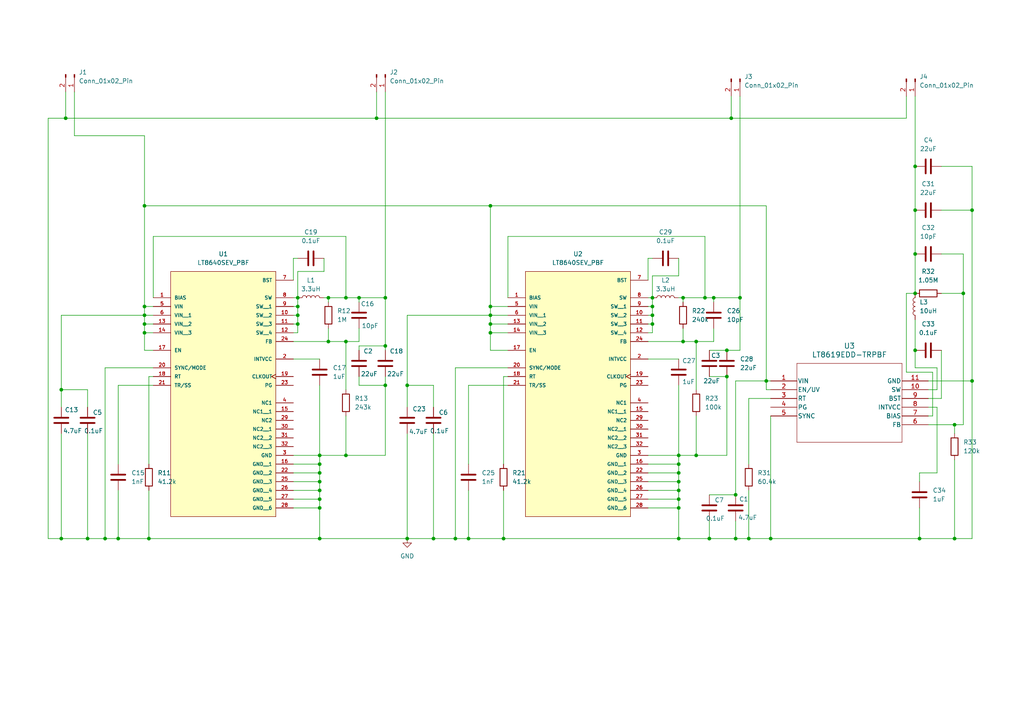
<source format=kicad_sch>
(kicad_sch (version 20250114) (generator "eeschema") (generator_version "9.0")
  (paper "A4")
  (lib_symbols
    (symbol "2026-01-15_15-52-20:LT8619EDD-TRPBF" (pin_names (offset 0.254))
      (property "Reference" "U" (at 22.86 10.16 0))
      (property "Value" "LT8619EDD-TRPBF" (at 22.86 7.62 0))
      (symbol "LT8619EDD-TRPBF_0_1"
        (polyline (pts (xy 7.62 5.08) (xy 7.62 -17.78)) (stroke (width 0.127)))
        (polyline (pts (xy 7.62 -17.78) (xy 38.1 -17.78)) (stroke (width 0.127)))
        (polyline (pts (xy 38.1 5.08) (xy 7.62 5.08)) (stroke (width 0.127)))
        (polyline (pts (xy 38.1 -17.78) (xy 38.1 5.08)) (stroke (width 0.127)))
        (pin power_in line (at 0 0 0) (length 7.62) (name "VIN") (number "1"))
        (pin unspecified line (at 0 -2.54 0) (length 7.62) (name "EN/UV") (number "2"))
        (pin unspecified line (at 0 -5.08 0) (length 7.62) (name "RT") (number "3"))
        (pin output line (at 0 -7.62 0) (length 7.62) (name "PG") (number "4"))
        (pin input line (at 0 -10.16 0) (length 7.62) (name "SYNC") (number "5"))
        (pin power_out line (at 45.72 0 180) (length 7.62) (name "GND") (number "11"))
        (pin power_in line (at 45.72 -2.54 180) (length 7.62) (name "SW") (number "10"))
        (pin power_in line (at 45.72 -5.08 180) (length 7.62) (name "BST") (number "9"))
        (pin power_in line (at 45.72 -7.62 180) (length 7.62) (name "INTVCC") (number "8"))
        (pin power_in line (at 45.72 -10.16 180) (length 7.62) (name "BIAS") (number "7"))
        (pin unspecified line (at 45.72 -12.7 180) (length 7.62) (name "FB") (number "6"))
      )
    )
    (symbol "Connector:Conn_01x02_Pin" (pin_names (offset 1.016) (hide yes))
      (property "Reference" "J" (at 0 2.54 0))
      (property "Value" "Conn_01x02_Pin" (at 0 -5.08 0))
      (symbol "Conn_01x02_Pin_1_1"
        (rectangle (start 0.8636 0.127) (end 0 -0.127) (stroke (width 0.1524)) (fill (type outline)))
        (rectangle (start 0.8636 -2.413) (end 0 -2.667) (stroke (width 0.1524)) (fill (type outline)))
        (polyline (pts (xy 1.27 0) (xy 0.8636 0)) (stroke (width 0.1524)))
        (polyline (pts (xy 1.27 -2.54) (xy 0.8636 -2.54)) (stroke (width 0.1524)))
        (pin passive line (at 5.08 0 180) (length 3.81) (name "Pin_1") (number "1"))
        (pin passive line (at 5.08 -2.54 180) (length 3.81) (name "Pin_2") (number "2"))
      )
    )
    (symbol "Device:C" (pin_numbers (hide yes)) (pin_names (offset 0.254))
      (property "Reference" "C" (at 0.635 2.54 0))
      (property "Value" "C" (at 0.635 -2.54 0))
      (symbol "C_0_1"
        (polyline (pts (xy -2.032 0.762) (xy 2.032 0.762)) (stroke (width 0.508)))
        (polyline (pts (xy -2.032 -0.762) (xy 2.032 -0.762)) (stroke (width 0.508)))
      )
      (symbol "C_1_1"
        (pin passive line (at 0 3.81 270) (length 2.794) (name "~") (number "1"))
        (pin passive line (at 0 -3.81 90) (length 2.794) (name "~") (number "2"))
      )
    )
    (symbol "Device:L" (pin_numbers (hide yes)) (pin_names (offset 1.016) (hide yes))
      (property "Reference" "L" (at -1.27 0 90))
      (property "Value" "L" (at 1.905 0 90))
      (symbol "L_0_1"
        (arc (start 0 2.54) (mid 0.6323 1.905) (end 0 1.27))
        (arc (start 0 1.27) (mid 0.6323 0.635) (end 0 0))
        (arc (start 0 0) (mid 0.6323 -0.635) (end 0 -1.27))
        (arc (start 0 -1.27) (mid 0.6323 -1.905) (end 0 -2.54))
      )
      (symbol "L_1_1"
        (pin passive line (at 0 3.81 270) (length 1.27) (name "1") (number "1"))
        (pin passive line (at 0 -3.81 90) (length 1.27) (name "2") (number "2"))
      )
    )
    (symbol "Device:R" (pin_numbers (hide yes)) (pin_names (offset 0))
      (property "Reference" "R" (at 2.032 0 90))
      (property "Value" "R" (at 0 0 90))
      (symbol "R_0_1"
        (rectangle (start -1.016 -2.54) (end 1.016 2.54) (stroke (width 0.254)))
      )
      (symbol "R_1_1"
        (pin passive line (at 0 3.81 270) (length 1.27) (name "~") (number "1"))
        (pin passive line (at 0 -3.81 90) (length 1.27) (name "~") (number "2"))
      )
    )
    (symbol "LT8640SEV_PBF:LT8640SEV_PBF" (pin_names (offset 1.016))
      (property "Reference" "U" (at -15.24 18.288 0))
      (property "Value" "LT8640SEV_PBF" (at -15.24 -55.88 0))
      (symbol "LT8640SEV_PBF_0_0"
        (rectangle (start -15.24 -53.34) (end 15.24 17.78) (stroke (width 0.1524)) (fill (type background)))
        (pin input line (at -20.32 10.16 0) (length 5.08) (name "BIAS") (number "1"))
        (pin input line (at -20.32 7.62 0) (length 5.08) (name "VIN") (number "5"))
        (pin input line (at -20.32 5.08 0) (length 5.08) (name "VIN__1") (number "6"))
        (pin input line (at -20.32 2.54 0) (length 5.08) (name "VIN__2") (number "13"))
        (pin input line (at -20.32 0 0) (length 5.08) (name "VIN__3") (number "14"))
        (pin input line (at -20.32 -5.08 0) (length 5.08) (name "EN") (number "17"))
        (pin input line (at -20.32 -10.16 0) (length 5.08) (name "SYNC/MODE") (number "20"))
        (pin passive line (at -20.32 -12.7 0) (length 5.08) (name "RT") (number "18"))
        (pin passive line (at -20.32 -15.24 0) (length 5.08) (name "TR/SS") (number "21"))
        (pin passive line (at 20.32 15.24 180) (length 5.08) (name "BST") (number "7"))
        (pin output line (at 20.32 10.16 180) (length 5.08) (name "SW") (number "8"))
        (pin output line (at 20.32 7.62 180) (length 5.08) (name "SW__1") (number "9"))
        (pin output line (at 20.32 5.08 180) (length 5.08) (name "SW__2") (number "10"))
        (pin output line (at 20.32 2.54 180) (length 5.08) (name "SW__3") (number "11"))
        (pin output line (at 20.32 0 180) (length 5.08) (name "SW__4") (number "12"))
        (pin input line (at 20.32 -2.54 180) (length 5.08) (name "FB") (number "24"))
        (pin passive line (at 20.32 -7.62 180) (length 5.08) (name "INTVCC") (number "2"))
        (pin output clock (at 20.32 -12.7 180) (length 5.08) (name "CLKOUT") (number "19"))
        (pin output line (at 20.32 -15.24 180) (length 5.08) (name "PG") (number "23"))
        (pin power_in line (at 20.32 -20.32 180) (length 5.08) (name "NC1") (number "4"))
        (pin power_in line (at 20.32 -22.86 180) (length 5.08) (name "NC1__1") (number "15"))
        (pin power_in line (at 20.32 -25.4 180) (length 5.08) (name "NC2") (number "29"))
        (pin power_in line (at 20.32 -27.94 180) (length 5.08) (name "NC2__1") (number "30"))
        (pin power_in line (at 20.32 -30.48 180) (length 5.08) (name "NC2__2") (number "31"))
        (pin power_in line (at 20.32 -33.02 180) (length 5.08) (name "NC2__3") (number "32"))
        (pin power_in line (at 20.32 -35.56 180) (length 5.08) (name "GND") (number "3"))
        (pin power_in line (at 20.32 -38.1 180) (length 5.08) (name "GND__1") (number "16"))
        (pin power_in line (at 20.32 -40.64 180) (length 5.08) (name "GND__2") (number "22"))
        (pin power_in line (at 20.32 -43.18 180) (length 5.08) (name "GND__3") (number "25"))
        (pin power_in line (at 20.32 -45.72 180) (length 5.08) (name "GND__4") (number "26"))
        (pin power_in line (at 20.32 -48.26 180) (length 5.08) (name "GND__5") (number "27"))
        (pin power_in line (at 20.32 -50.8 180) (length 5.08) (name "GND__6") (number "28"))
      )
    )
    (symbol "power:GND" (power) (pin_numbers (hide yes)) (pin_names (offset 0) (hide yes))
      (property "Value" "GND" (at 0 -3.81 0))
      (symbol "GND_0_1"
        (polyline (pts (xy 0 0) (xy 0 -1.27) (xy 1.27 -1.27) (xy 0 -2.54) (xy -1.27 -1.27) (xy 0 -1.27)))
      )
      (symbol "GND_1_1"
        (pin power_in line (at 0 0 270) (length 0) (name "~") (number "1"))
      )
    )
  )
  (junction (at 189.23 88.9))
  (junction (at 196.85 142.24))
  (junction (at 265.43 85.09))
  (junction (at 217.17 156.21))
  (junction (at 196.85 156.21))
  (junction (at 265.43 48.26))
  (junction (at 142.24 88.9))
  (junction (at 86.36 88.9))
  (junction (at 118.11 156.21))
  (junction (at 196.85 144.78))
  (junction (at 189.23 86.36))
  (junction (at 223.52 156.21))
  (junction (at 95.25 86.36))
  (junction (at 213.36 143.51))
  (junction (at 104.14 86.36))
  (junction (at 41.91 59.69))
  (junction (at 19.05 34.29))
  (junction (at 201.93 99.06))
  (junction (at 210.82 109.22))
  (junction (at 132.08 156.21))
  (junction (at 41.91 96.52))
  (junction (at 125.73 156.21))
  (junction (at 266.7 156.21))
  (junction (at 118.11 111.76))
  (junction (at 100.33 132.08))
  (junction (at 276.86 156.21))
  (junction (at 92.71 137.16))
  (junction (at 135.89 156.21))
  (junction (at 198.12 86.36))
  (junction (at 25.4 156.21))
  (junction (at 41.91 93.98))
  (junction (at 34.29 156.21))
  (junction (at 204.47 86.36))
  (junction (at 17.78 113.03))
  (junction (at 210.82 101.6))
  (junction (at 198.12 99.06))
  (junction (at 142.24 59.69))
  (junction (at 196.85 134.62))
  (junction (at 196.85 147.32))
  (junction (at 213.36 156.21))
  (junction (at 43.18 156.21))
  (junction (at 142.24 91.44))
  (junction (at 142.24 93.98))
  (junction (at 41.91 91.44))
  (junction (at 111.76 86.36))
  (junction (at 100.33 99.06))
  (junction (at 109.22 34.29))
  (junction (at 41.91 88.9))
  (junction (at 92.71 134.62))
  (junction (at 92.71 147.32))
  (junction (at 92.71 156.21))
  (junction (at 196.85 137.16))
  (junction (at 86.36 91.44))
  (junction (at 100.33 86.36))
  (junction (at 265.43 73.66))
  (junction (at 189.23 93.98))
  (junction (at 142.24 96.52))
  (junction (at 212.09 34.29))
  (junction (at 86.36 93.98))
  (junction (at 201.93 132.08))
  (junction (at 86.36 86.36))
  (junction (at 207.01 86.36))
  (junction (at 30.48 156.21))
  (junction (at 92.71 142.24))
  (junction (at 265.43 101.6))
  (junction (at 222.25 110.49))
  (junction (at 95.25 99.06))
  (junction (at 146.05 156.21))
  (junction (at 265.43 60.96))
  (junction (at 92.71 144.78))
  (junction (at 276.86 123.19))
  (junction (at 111.76 111.76))
  (junction (at 189.23 91.44))
  (junction (at 281.94 60.96))
  (junction (at 92.71 139.7))
  (junction (at 196.85 139.7))
  (junction (at 196.85 132.08))
  (junction (at 279.4 85.09))
  (junction (at 205.74 156.21))
  (junction (at 111.76 100.33))
  (junction (at 281.94 110.49))
  (junction (at 17.78 156.21))
  (junction (at 214.63 86.36))
  (junction (at 92.71 132.08))
  (wire (pts (xy 147.32 88.9) (xy 142.24 88.9)))
  (wire (pts (xy 189.23 80.01) (xy 189.23 86.36)))
  (wire (pts (xy 85.09 132.08) (xy 92.71 132.08)))
  (wire (pts (xy 85.09 144.78) (xy 92.71 144.78)))
  (wire (pts (xy 86.36 93.98) (xy 86.36 91.44)))
  (wire (pts (xy 118.11 125.73) (xy 118.11 156.21)))
  (wire (pts (xy 104.14 86.36) (xy 111.76 86.36)))
  (wire (pts (xy 196.85 144.78) (xy 196.85 147.32)))
  (wire (pts (xy 205.74 109.22) (xy 210.82 109.22)))
  (wire (pts (xy 147.32 106.68) (xy 132.08 106.68)))
  (wire (pts (xy 17.78 113.03) (xy 17.78 118.11)))
  (wire (pts (xy 217.17 142.24) (xy 217.17 156.21)))
  (wire (pts (xy 25.4 125.73) (xy 25.4 156.21)))
  (wire (pts (xy 223.52 156.21) (xy 223.52 120.65)))
  (wire (pts (xy 92.71 147.32) (xy 92.71 156.21)))
  (wire (pts (xy 85.09 96.52) (xy 86.36 96.52)))
  (wire (pts (xy 146.05 142.24) (xy 146.05 156.21)))
  (wire (pts (xy 201.93 120.65) (xy 201.93 132.08)))
  (wire (pts (xy 41.91 91.44) (xy 44.45 91.44)))
  (wire (pts (xy 85.09 86.36) (xy 86.36 86.36)))
  (wire (pts (xy 142.24 91.44) (xy 142.24 93.98)))
  (wire (pts (xy 109.22 34.29) (xy 212.09 34.29)))
  (wire (pts (xy 142.24 101.6) (xy 147.32 101.6)))
  (wire (pts (xy 189.23 96.52) (xy 189.23 93.98)))
  (wire (pts (xy 118.11 156.21) (xy 125.73 156.21)))
  (wire (pts (xy 187.96 147.32) (xy 196.85 147.32)))
  (wire (pts (xy 41.91 88.9) (xy 41.91 91.44)))
  (wire (pts (xy 100.33 99.06) (xy 104.14 99.06)))
  (wire (pts (xy 205.74 151.13) (xy 205.74 156.21)))
  (wire (pts (xy 196.85 137.16) (xy 196.85 139.7)))
  (wire (pts (xy 187.96 137.16) (xy 196.85 137.16)))
  (wire (pts (xy 265.43 73.66) (xy 265.43 85.09)))
  (wire (pts (xy 276.86 125.73) (xy 276.86 123.19)))
  (wire (pts (xy 273.05 60.96) (xy 281.94 60.96)))
  (wire (pts (xy 223.52 156.21) (xy 217.17 156.21)))
  (wire (pts (xy 13.97 34.29) (xy 13.97 156.21)))
  (wire (pts (xy 187.96 144.78) (xy 196.85 144.78)))
  (wire (pts (xy 43.18 109.22) (xy 43.18 134.62)))
  (wire (pts (xy 276.86 133.35) (xy 276.86 156.21)))
  (wire (pts (xy 269.24 120.65) (xy 270.51 120.65)))
  (wire (pts (xy 198.12 95.25) (xy 198.12 99.06)))
  (wire (pts (xy 111.76 26.67) (xy 111.76 86.36)))
  (wire (pts (xy 142.24 59.69) (xy 222.25 59.69)))
  (wire (pts (xy 214.63 101.6) (xy 210.82 101.6)))
  (wire (pts (xy 85.09 81.28) (xy 85.09 74.93)))
  (wire (pts (xy 41.91 88.9) (xy 44.45 88.9)))
  (wire (pts (xy 43.18 142.24) (xy 43.18 156.21)))
  (wire (pts (xy 196.85 132.08) (xy 201.93 132.08)))
  (wire (pts (xy 142.24 93.98) (xy 142.24 96.52)))
  (wire (pts (xy 207.01 95.25) (xy 207.01 99.06)))
  (wire (pts (xy 41.91 96.52) (xy 44.45 96.52)))
  (wire (pts (xy 146.05 134.62) (xy 146.05 109.22)))
  (wire (pts (xy 196.85 139.7) (xy 196.85 142.24)))
  (wire (pts (xy 212.09 27.94) (xy 212.09 34.29)))
  (wire (pts (xy 269.24 110.49) (xy 281.94 110.49)))
  (wire (pts (xy 85.09 142.24) (xy 92.71 142.24)))
  (wire (pts (xy 104.14 109.22) (xy 104.14 111.76)))
  (wire (pts (xy 214.63 27.94) (xy 214.63 86.36)))
  (wire (pts (xy 125.73 156.21) (xy 132.08 156.21)))
  (wire (pts (xy 269.24 115.57) (xy 273.05 115.57)))
  (wire (pts (xy 205.74 156.21) (xy 196.85 156.21)))
  (wire (pts (xy 187.96 86.36) (xy 189.23 86.36)))
  (wire (pts (xy 142.24 59.69) (xy 142.24 88.9)))
  (wire (pts (xy 265.43 60.96) (xy 265.43 73.66)))
  (wire (pts (xy 17.78 156.21) (xy 13.97 156.21)))
  (wire (pts (xy 279.4 73.66) (xy 279.4 85.09)))
  (wire (pts (xy 100.33 120.65) (xy 100.33 132.08)))
  (wire (pts (xy 19.05 34.29) (xy 19.05 26.67)))
  (wire (pts (xy 104.14 95.25) (xy 104.14 99.06)))
  (wire (pts (xy 41.91 93.98) (xy 44.45 93.98)))
  (wire (pts (xy 41.91 101.6) (xy 44.45 101.6)))
  (wire (pts (xy 281.94 110.49) (xy 281.94 156.21)))
  (wire (pts (xy 205.74 101.6) (xy 210.82 101.6)))
  (wire (pts (xy 142.24 96.52) (xy 147.32 96.52)))
  (wire (pts (xy 86.36 78.74) (xy 86.36 86.36)))
  (wire (pts (xy 213.36 151.13) (xy 213.36 156.21)))
  (wire (pts (xy 41.91 39.37) (xy 41.91 59.69)))
  (wire (pts (xy 142.24 91.44) (xy 118.11 91.44)))
  (wire (pts (xy 222.25 59.69) (xy 222.25 110.49)))
  (wire (pts (xy 281.94 48.26) (xy 281.94 60.96)))
  (wire (pts (xy 95.25 95.25) (xy 95.25 99.06)))
  (wire (pts (xy 92.71 142.24) (xy 92.71 144.78)))
  (wire (pts (xy 25.4 156.21) (xy 30.48 156.21)))
  (wire (pts (xy 41.91 96.52) (xy 41.91 101.6)))
  (wire (pts (xy 118.11 111.76) (xy 118.11 118.11)))
  (wire (pts (xy 30.48 156.21) (xy 34.29 156.21)))
  (wire (pts (xy 273.05 73.66) (xy 279.4 73.66)))
  (wire (pts (xy 86.36 91.44) (xy 86.36 88.9)))
  (wire (pts (xy 271.78 137.16) (xy 266.7 137.16)))
  (wire (pts (xy 187.96 96.52) (xy 189.23 96.52)))
  (wire (pts (xy 41.91 59.69) (xy 142.24 59.69)))
  (wire (pts (xy 132.08 156.21) (xy 135.89 156.21)))
  (wire (pts (xy 279.4 123.19) (xy 279.4 85.09)))
  (wire (pts (xy 104.14 87.63) (xy 104.14 86.36)))
  (wire (pts (xy 30.48 106.68) (xy 30.48 156.21)))
  (wire (pts (xy 204.47 68.58) (xy 204.47 86.36)))
  (wire (pts (xy 201.93 99.06) (xy 207.01 99.06)))
  (wire (pts (xy 135.89 156.21) (xy 146.05 156.21)))
  (wire (pts (xy 43.18 156.21) (xy 34.29 156.21)))
  (wire (pts (xy 85.09 74.93) (xy 86.36 74.93)))
  (wire (pts (xy 142.24 96.52) (xy 142.24 101.6)))
  (wire (pts (xy 85.09 91.44) (xy 86.36 91.44)))
  (wire (pts (xy 125.73 125.73) (xy 125.73 156.21)))
  (wire (pts (xy 104.14 100.33) (xy 111.76 100.33)))
  (wire (pts (xy 276.86 156.21) (xy 281.94 156.21)))
  (wire (pts (xy 93.98 86.36) (xy 95.25 86.36)))
  (wire (pts (xy 135.89 142.24) (xy 135.89 156.21)))
  (wire (pts (xy 19.05 34.29) (xy 109.22 34.29)))
  (wire (pts (xy 17.78 125.73) (xy 17.78 156.21)))
  (wire (pts (xy 198.12 86.36) (xy 204.47 86.36)))
  (wire (pts (xy 132.08 106.68) (xy 132.08 156.21)))
  (wire (pts (xy 86.36 96.52) (xy 86.36 93.98)))
  (wire (pts (xy 104.14 111.76) (xy 111.76 111.76)))
  (wire (pts (xy 146.05 109.22) (xy 147.32 109.22)))
  (wire (pts (xy 41.91 91.44) (xy 41.91 93.98)))
  (wire (pts (xy 187.96 104.14) (xy 196.85 104.14)))
  (wire (pts (xy 222.25 110.49) (xy 222.25 113.03)))
  (wire (pts (xy 25.4 113.03) (xy 25.4 118.11)))
  (wire (pts (xy 266.7 156.21) (xy 276.86 156.21)))
  (wire (pts (xy 266.7 137.16) (xy 266.7 139.7)))
  (wire (pts (xy 118.11 156.21) (xy 92.71 156.21)))
  (wire (pts (xy 189.23 93.98) (xy 189.23 91.44)))
  (wire (pts (xy 196.85 147.32) (xy 196.85 156.21)))
  (wire (pts (xy 85.09 99.06) (xy 95.25 99.06)))
  (wire (pts (xy 269.24 113.03) (xy 271.78 113.03)))
  (wire (pts (xy 142.24 91.44) (xy 147.32 91.44)))
  (wire (pts (xy 17.78 156.21) (xy 25.4 156.21)))
  (wire (pts (xy 266.7 147.32) (xy 266.7 156.21)))
  (wire (pts (xy 217.17 134.62) (xy 217.17 115.57)))
  (wire (pts (xy 92.71 132.08) (xy 92.71 134.62)))
  (wire (pts (xy 271.78 118.11) (xy 271.78 137.16)))
  (wire (pts (xy 187.96 93.98) (xy 189.23 93.98)))
  (wire (pts (xy 95.25 99.06) (xy 100.33 99.06)))
  (wire (pts (xy 201.93 99.06) (xy 201.93 113.03)))
  (wire (pts (xy 189.23 91.44) (xy 189.23 88.9)))
  (wire (pts (xy 189.23 88.9) (xy 189.23 86.36)))
  (wire (pts (xy 125.73 111.76) (xy 125.73 118.11)))
  (wire (pts (xy 201.93 132.08) (xy 210.82 132.08)))
  (wire (pts (xy 196.85 86.36) (xy 198.12 86.36)))
  (wire (pts (xy 196.85 111.76) (xy 196.85 132.08)))
  (wire (pts (xy 100.33 132.08) (xy 111.76 132.08)))
  (wire (pts (xy 273.05 115.57) (xy 273.05 101.6)))
  (wire (pts (xy 262.89 34.29) (xy 262.89 27.94)))
  (wire (pts (xy 187.96 142.24) (xy 196.85 142.24)))
  (wire (pts (xy 147.32 68.58) (xy 204.47 68.58)))
  (wire (pts (xy 271.78 113.03) (xy 271.78 106.68)))
  (wire (pts (xy 223.52 113.03) (xy 222.25 113.03)))
  (wire (pts (xy 17.78 91.44) (xy 17.78 113.03)))
  (wire (pts (xy 196.85 132.08) (xy 196.85 134.62)))
  (wire (pts (xy 147.32 86.36) (xy 147.32 68.58)))
  (wire (pts (xy 213.36 110.49) (xy 213.36 143.51)))
  (wire (pts (xy 34.29 142.24) (xy 34.29 156.21)))
  (wire (pts (xy 276.86 123.19) (xy 279.4 123.19)))
  (wire (pts (xy 217.17 115.57) (xy 223.52 115.57)))
  (wire (pts (xy 142.24 88.9) (xy 142.24 91.44)))
  (wire (pts (xy 92.71 139.7) (xy 92.71 142.24)))
  (wire (pts (xy 270.51 120.65) (xy 270.51 107.95)))
  (wire (pts (xy 214.63 86.36) (xy 214.63 101.6)))
  (wire (pts (xy 187.96 99.06) (xy 198.12 99.06)))
  (wire (pts (xy 92.71 111.76) (xy 92.71 132.08)))
  (wire (pts (xy 86.36 88.9) (xy 86.36 86.36)))
  (wire (pts (xy 217.17 156.21) (xy 213.36 156.21)))
  (wire (pts (xy 213.36 156.21) (xy 205.74 156.21)))
  (wire (pts (xy 111.76 86.36) (xy 111.76 100.33)))
  (wire (pts (xy 85.09 134.62) (xy 92.71 134.62)))
  (wire (pts (xy 207.01 86.36) (xy 214.63 86.36)))
  (wire (pts (xy 187.96 134.62) (xy 196.85 134.62)))
  (wire (pts (xy 273.05 48.26) (xy 281.94 48.26)))
  (wire (pts (xy 222.25 110.49) (xy 223.52 110.49)))
  (wire (pts (xy 21.59 39.37) (xy 21.59 26.67)))
  (wire (pts (xy 118.11 91.44) (xy 118.11 111.76)))
  (wire (pts (xy 265.43 27.94) (xy 265.43 48.26)))
  (wire (pts (xy 111.76 109.22) (xy 111.76 111.76)))
  (wire (pts (xy 223.52 156.21) (xy 266.7 156.21)))
  (wire (pts (xy 187.96 81.28) (xy 187.96 74.93)))
  (wire (pts (xy 85.09 137.16) (xy 92.71 137.16)))
  (wire (pts (xy 265.43 92.71) (xy 265.43 101.6)))
  (wire (pts (xy 100.33 68.58) (xy 100.33 86.36)))
  (wire (pts (xy 142.24 93.98) (xy 147.32 93.98)))
  (wire (pts (xy 92.71 144.78) (xy 92.71 147.32)))
  (wire (pts (xy 210.82 109.22) (xy 210.82 132.08)))
  (wire (pts (xy 196.85 134.62) (xy 196.85 137.16)))
  (wire (pts (xy 92.71 134.62) (xy 92.71 137.16)))
  (wire (pts (xy 262.89 85.09) (xy 265.43 85.09)))
  (wire (pts (xy 118.11 111.76) (xy 125.73 111.76)))
  (wire (pts (xy 41.91 93.98) (xy 41.91 96.52)))
  (wire (pts (xy 270.51 107.95) (xy 262.89 107.95)))
  (wire (pts (xy 92.71 137.16) (xy 92.71 139.7)))
  (wire (pts (xy 111.76 100.33) (xy 111.76 101.6)))
  (wire (pts (xy 265.43 106.68) (xy 265.43 101.6)))
  (wire (pts (xy 135.89 111.76) (xy 135.89 134.62)))
  (wire (pts (xy 205.74 143.51) (xy 213.36 143.51)))
  (wire (pts (xy 281.94 60.96) (xy 281.94 110.49)))
  (wire (pts (xy 204.47 86.36) (xy 207.01 86.36)))
  (wire (pts (xy 95.25 86.36) (xy 95.25 87.63)))
  (wire (pts (xy 85.09 88.9) (xy 86.36 88.9)))
  (wire (pts (xy 222.25 110.49) (xy 213.36 110.49)))
  (wire (pts (xy 43.18 156.21) (xy 92.71 156.21)))
  (wire (pts (xy 100.33 99.06) (xy 100.33 113.03)))
  (wire (pts (xy 92.71 132.08) (xy 100.33 132.08)))
  (wire (pts (xy 196.85 74.93) (xy 196.85 80.01)))
  (wire (pts (xy 271.78 106.68) (xy 265.43 106.68)))
  (wire (pts (xy 93.98 78.74) (xy 86.36 78.74)))
  (wire (pts (xy 187.96 139.7) (xy 196.85 139.7)))
  (wire (pts (xy 198.12 99.06) (xy 201.93 99.06)))
  (wire (pts (xy 187.96 91.44) (xy 189.23 91.44)))
  (wire (pts (xy 273.05 85.09) (xy 279.4 85.09)))
  (wire (pts (xy 85.09 147.32) (xy 92.71 147.32)))
  (wire (pts (xy 95.25 86.36) (xy 100.33 86.36)))
  (wire (pts (xy 85.09 104.14) (xy 92.71 104.14)))
  (wire (pts (xy 44.45 68.58) (xy 100.33 68.58)))
  (wire (pts (xy 262.89 107.95) (xy 262.89 85.09)))
  (wire (pts (xy 41.91 39.37) (xy 21.59 39.37)))
  (wire (pts (xy 187.96 74.93) (xy 189.23 74.93)))
  (wire (pts (xy 135.89 111.76) (xy 147.32 111.76)))
  (wire (pts (xy 265.43 48.26) (xy 265.43 60.96)))
  (wire (pts (xy 93.98 74.93) (xy 93.98 78.74)))
  (wire (pts (xy 34.29 111.76) (xy 44.45 111.76)))
  (wire (pts (xy 100.33 86.36) (xy 104.14 86.36)))
  (wire (pts (xy 196.85 80.01) (xy 189.23 80.01)))
  (wire (pts (xy 44.45 106.68) (xy 30.48 106.68)))
  (wire (pts (xy 104.14 101.6) (xy 104.14 100.33)))
  (wire (pts (xy 17.78 113.03) (xy 25.4 113.03)))
  (wire (pts (xy 41.91 59.69) (xy 41.91 88.9)))
  (wire (pts (xy 207.01 87.63) (xy 207.01 86.36)))
  (wire (pts (xy 269.24 123.19) (xy 276.86 123.19)))
  (wire (pts (xy 44.45 86.36) (xy 44.45 68.58)))
  (wire (pts (xy 34.29 111.76) (xy 34.29 134.62)))
  (wire (pts (xy 13.97 34.29) (xy 19.05 34.29)))
  (wire (pts (xy 269.24 118.11) (xy 271.78 118.11)))
  (wire (pts (xy 146.05 156.21) (xy 196.85 156.21)))
  (wire (pts (xy 187.96 132.08) (xy 196.85 132.08)))
  (wire (pts (xy 212.09 34.29) (xy 262.89 34.29)))
  (wire (pts (xy 43.18 109.22) (xy 44.45 109.22)))
  (wire (pts (xy 85.09 139.7) (xy 92.71 139.7)))
  (wire (pts (xy 196.85 142.24) (xy 196.85 144.78)))
  (wire (pts (xy 109.22 26.67) (xy 109.22 34.29)))
  (wire (pts (xy 85.09 93.98) (xy 86.36 93.98)))
  (wire (pts (xy 187.96 88.9) (xy 189.23 88.9)))
  (wire (pts (xy 111.76 111.76) (xy 111.76 132.08)))
  (wire (pts (xy 41.91 91.44) (xy 17.78 91.44)))
  (wire (pts (xy 198.12 87.63) (xy 198.12 86.36)))
  (symbol (lib_id "Device:R") (at 43.18 138.43 0) (unit 1)
    (property "Reference" "R11" (at 45.72 137.1599 0) (effects (justify left)))
    (property "Value" "41.2k" (at 45.72 139.6999 0) (effects (justify left)))
    (property "Footprint" "ERJ_14NF4122U:RES_ERJ14NF4122U" (effects (hide yes)))
    (property "Description" "Resistor" (effects (hide yes)))
  )
  (symbol (lib_id "Device:C") (at 213.36 147.32 0) (unit 1)
    (property "Reference" "C1" (at 214.376 144.78 0) (effects (justify left)))
    (property "Value" "4.7uF" (at 214.122 150.114 0) (effects (justify left)))
    (property "Footprint" "CL31B475KBHNFNE:CAPC3216X180N" (effects (hide yes)))
    (property "Description" "Unpolarized capacitor" (effects (hide yes)))
  )
  (symbol (lib_id "Device:R") (at 201.93 116.84 0) (unit 1)
    (property "Reference" "R23" (at 204.47 115.5699 0) (effects (justify left)))
    (property "Value" "100k" (at 204.47 118.1099 0) (effects (justify left)))
    (property "Footprint" "RCS1206100KFKEA:RESC3116X65N" (effects (hide yes)))
    (property "Description" "Resistor" (effects (hide yes)))
  )
  (symbol (lib_id "Device:R") (at 100.33 116.84 0) (unit 1)
    (property "Reference" "R13" (at 102.87 115.5699 0) (effects (justify left)))
    (property "Value" "243k" (at 102.87 118.1099 0) (effects (justify left)))
    (property "Footprint" "CRCW1206243KFKEA:RESC3116X60N" (effects (hide yes)))
    (property "Description" "Resistor" (effects (hide yes)))
  )
  (symbol (lib_id "Device:R") (at 269.24 85.09 90) (unit 1)
    (property "Reference" "R32" (at 269.24 78.74 90))
    (property "Value" "1.05M" (at 269.24 81.28 90))
    (property "Footprint" "CRCW12061M05FKEA:RESC3116X60N" (effects (hide yes)))
    (property "Description" "Resistor" (effects (hide yes)))
  )
  (symbol (lib_id "LT8640SEV_PBF:LT8640SEV_PBF") (at 64.77 96.52 0) (unit 1)
    (property "Reference" "U1" (at 64.77 73.66 0))
    (property "Value" "LT8640SEV_PBF" (at 64.77 76.2 0))
    (property "Footprint" "LT8640SEV_PBF:CONV_LT8640SEV_PBF" (effects (hide yes)))
    (property "MF" "Analog Devices" (effects (hide yes)))
    (property "MAXIMUM_PACKAGE_HEIGHT" "1.03mm" (effects (hide yes)))
    (property "STANDARD" "Manufacturer Recommendations" (effects (hide yes)))
    (property "PARTREV" "NA" (effects (hide yes)))
    (property "MP" "LT8640SEV#PBF" (effects (hide yes)))
    (property "AVAILABILITY" "Unavailable" (effects (hide yes)))
  )
  (symbol (lib_id "Device:L") (at 90.17 86.36 90) (unit 1)
    (property "Reference" "L1" (at 90.17 81.28 90))
    (property "Value" "3.3uH" (at 90.17 83.82 90))
    (property "Footprint" "footprints55:IND_DFE322512F_MUR" (effects (hide yes)))
    (property "Description" "Inductor" (effects (hide yes)))
  )
  (symbol (lib_id "Connector:Conn_01x02_Pin") (at 265.43 22.86 270) (unit 1)
    (property "Reference" "J4" (at 266.7 22.2249 90) (effects (justify left)))
    (property "Value" "Conn_01x02_Pin" (at 266.7 24.7649 90) (effects (justify left)))
    (property "Footprint" "Connector_PinHeader_2.54mm:PinHeader_1x02_P2.54mm_Horizontal" (effects (hide yes)))
    (property "Description" "Generic connector, single row, 01x02, script generated" (effects (hide yes)))
  )
  (symbol (lib_id "Connector:Conn_01x02_Pin") (at 214.63 22.86 270) (unit 1)
    (property "Reference" "J3" (at 215.9 22.2249 90) (effects (justify left)))
    (property "Value" "Conn_01x02_Pin" (at 215.9 24.7649 90) (effects (justify left)))
    (property "Footprint" "Connector_PinHeader_2.54mm:PinHeader_1x02_P2.54mm_Horizontal" (effects (hide yes)))
    (property "Description" "Generic connector, single row, 01x02, script generated" (effects (hide yes)))
  )
  (symbol (lib_id "Device:C") (at 135.89 138.43 180) (unit 1)
    (property "Reference" "C25" (at 139.7 137.1599 0) (effects (justify right)))
    (property "Value" "1nF" (at 139.7 139.6999 0) (effects (justify right)))
    (property "Footprint" "CL31B102KBCNNNC:CAPC3216X100N" (effects (hide yes)))
    (property "Description" "Unpolarized capacitor" (effects (hide yes)))
  )
  (symbol (lib_id "Device:C") (at 25.4 121.92 0) (unit 1)
    (property "Reference" "C5" (at 26.924 119.634 0) (effects (justify left)))
    (property "Value" "0.1uF" (at 24.384 124.968 0) (effects (justify left)))
    (property "Footprint" "CL31B104KBCNNNC:CAPC3216X100N" (effects (hide yes)))
    (property "Description" "Unpolarized capacitor" (effects (hide yes)))
  )
  (symbol (lib_id "Device:C") (at 34.29 138.43 180) (unit 1)
    (property "Reference" "C15" (at 38.1 137.1599 0) (effects (justify right)))
    (property "Value" "1nF" (at 38.1 139.6999 0) (effects (justify right)))
    (property "Footprint" "CL31B102KBCNNNC:CAPC3216X100N" (effects (hide yes)))
    (property "Description" "Unpolarized capacitor" (effects (hide yes)))
  )
  (symbol (lib_id "power:GND") (at 118.11 156.21 0) (unit 1)
    (property "Reference" "#PWR01" (effects (hide yes)))
    (property "Value" "GND" (at 118.11 161.29 0))
    (property "Description" "Power symbol creates a global label with name \"GND\" , ground" (effects (hide yes)))
  )
  (symbol (lib_id "LT8640SEV_PBF:LT8640SEV_PBF") (at 167.64 96.52 0) (unit 1)
    (property "Reference" "U2" (at 167.64 73.66 0))
    (property "Value" "LT8640SEV_PBF" (at 167.64 76.2 0))
    (property "Footprint" "LT8640SEV_PBF:CONV_LT8640SEV_PBF" (effects (hide yes)))
    (property "MF" "Analog Devices" (effects (hide yes)))
    (property "MAXIMUM_PACKAGE_HEIGHT" "1.03mm" (effects (hide yes)))
    (property "STANDARD" "Manufacturer Recommendations" (effects (hide yes)))
    (property "PARTREV" "NA" (effects (hide yes)))
    (property "MP" "LT8640SEV#PBF" (effects (hide yes)))
    (property "AVAILABILITY" "Unavailable" (effects (hide yes)))
  )
  (symbol (lib_id "2026-01-15_15-52-20:LT8619EDD-TRPBF") (at 223.52 110.49 0) (unit 1)
    (property "Reference" "U3" (at 246.38 100.33 0) (effects (font (size 1.524 1.524))))
    (property "Value" "LT8619EDD-TRPBF" (at 246.38 102.87 0) (effects (font (size 1.524 1.524))))
    (property "Footprint" "footprints:05-08-1699_ADI" (effects (hide yes)))
    (property "Datasheet" "LT8619EDD-TRPBF" (effects (hide yes)))
  )
  (symbol (lib_id "Device:L") (at 193.04 86.36 90) (unit 1)
    (property "Reference" "L2" (at 193.04 81.28 90))
    (property "Value" "3.3uH" (at 193.04 83.82 90))
    (property "Footprint" "footprints55:IND_DFE322512F_MUR" (effects (hide yes)))
    (property "Description" "Inductor" (effects (hide yes)))
  )
  (symbol (lib_id "Device:C") (at 196.85 107.95 180) (unit 1)
    (property "Reference" "C27" (at 197.866 104.648 0) (effects (justify right)))
    (property "Value" "1uF" (at 197.866 110.744 0) (effects (justify right)))
    (property "Footprint" "CL31B105KBHNNNE:CAPC3216X180N" (effects (hide yes)))
    (property "Description" "Unpolarized capacitor" (effects (hide yes)))
  )
  (symbol (lib_id "Device:R") (at 217.17 138.43 0) (unit 1)
    (property "Reference" "R31" (at 219.71 137.1599 0) (effects (justify left)))
    (property "Value" "60.4k" (at 219.71 139.6999 0) (effects (justify left)))
    (property "Footprint" "CRCW120660K4FKEAHP:RESC3116X65N" (effects (hide yes)))
    (property "Description" "Resistor" (effects (hide yes)))
  )
  (symbol (lib_id "Device:R") (at 95.25 91.44 0) (unit 1)
    (property "Reference" "R12" (at 97.79 90.1699 0) (effects (justify left)))
    (property "Value" "1M" (at 97.79 92.7099 0) (effects (justify left)))
    (property "Footprint" "RCS12061M00JNEA:RESC3116X65N" (effects (hide yes)))
    (property "Description" "Resistor" (effects (hide yes)))
  )
  (symbol (lib_id "Connector:Conn_01x02_Pin") (at 111.76 21.59 270) (unit 1)
    (property "Reference" "J2" (at 113.03 20.9549 90) (effects (justify left)))
    (property "Value" "Conn_01x02_Pin" (at 113.03 23.4949 90) (effects (justify left)))
    (property "Footprint" "Connector_PinHeader_2.54mm:PinHeader_1x02_P2.54mm_Horizontal" (effects (hide yes)))
    (property "Description" "Generic connector, single row, 01x02, script generated" (effects (hide yes)))
  )
  (symbol (lib_id "Device:C") (at 90.17 74.93 270) (unit 1)
    (property "Reference" "C19" (at 90.17 67.31 90))
    (property "Value" "0.1uF" (at 90.17 69.85 90))
    (property "Footprint" "CL31B104KBCNNNC:CAPC3216X100N" (effects (hide yes)))
    (property "Description" "Unpolarized capacitor" (effects (hide yes)))
  )
  (symbol (lib_id "Device:C") (at 266.7 143.51 180) (unit 1)
    (property "Reference" "C34" (at 270.51 142.2399 0) (effects (justify right)))
    (property "Value" "1uF" (at 270.51 144.7799 0) (effects (justify right)))
    (property "Footprint" "CL31B105KBHNNNE:CAPC3216X180N" (effects (hide yes)))
    (property "Description" "Unpolarized capacitor" (effects (hide yes)))
  )
  (symbol (lib_id "Device:C") (at 17.78 121.92 180) (unit 1)
    (property "Reference" "C13" (at 18.796 118.872 0) (effects (justify right)))
    (property "Value" "4.7uF" (at 18.288 124.968 0) (effects (justify right)))
    (property "Footprint" "CL31B475KBHNFNE:CAPC3216X180N" (effects (hide yes)))
    (property "Description" "Unpolarized capacitor" (effects (hide yes)))
  )
  (symbol (lib_id "Device:C") (at 92.71 107.95 180) (unit 1)
    (property "Reference" "C17" (at 96.52 106.6799 0) (effects (justify right)))
    (property "Value" "1uF" (at 96.52 109.2199 0) (effects (justify right)))
    (property "Footprint" "CL31B105KBHNNNE:CAPC3216X180N" (effects (hide yes)))
    (property "Description" "Unpolarized capacitor" (effects (hide yes)))
  )
  (symbol (lib_id "Device:C") (at 207.01 91.44 0) (unit 1)
    (property "Reference" "C26" (at 210.82 90.1699 0) (effects (justify left)))
    (property "Value" "10pF" (at 210.82 92.7099 0) (effects (justify left)))
    (property "Footprint" "footprints67:CAP_C1206C-X7R-EB_KEM" (effects (hide yes)))
    (property "Description" "Unpolarized capacitor" (effects (hide yes)))
  )
  (symbol (lib_id "Device:C") (at 205.74 147.32 0) (unit 1)
    (property "Reference" "C7" (at 207.264 145.034 0) (effects (justify left)))
    (property "Value" "0.1uF" (at 204.724 150.368 0) (effects (justify left)))
    (property "Footprint" "CL31B104KBCNNNC:CAPC3216X100N" (effects (hide yes)))
    (property "Description" "Unpolarized capacitor" (effects (hide yes)))
  )
  (symbol (lib_id "Device:C") (at 104.14 91.44 0) (unit 1)
    (property "Reference" "C16" (at 104.648 88.138 0) (effects (justify left)))
    (property "Value" "10pF" (at 104.902 94.488 0) (effects (justify left)))
    (property "Footprint" "footprints67:CAP_C1206C-X7R-EB_KEM" (effects (hide yes)))
    (property "Description" "Unpolarized capacitor" (effects (hide yes)))
  )
  (symbol (lib_id "Device:R") (at 276.86 129.54 0) (unit 1)
    (property "Reference" "R33" (at 279.4 128.2699 0) (effects (justify left)))
    (property "Value" "120k" (at 279.4 130.8099 0) (effects (justify left)))
    (property "Footprint" "CRM1206_FX_1203ELF:RESC3116X65N" (effects (hide yes)))
    (property "Description" "Resistor" (effects (hide yes)))
  )
  (symbol (lib_id "Device:C") (at 111.76 105.41 0) (unit 1)
    (property "Reference" "C18" (at 113.03 101.854 0) (effects (justify left)))
    (property "Value" "22uF" (at 112.268 108.458 0) (effects (justify left)))
    (property "Footprint" "KRM55QR71H226KH13K:CAPC6153X390N" (effects (hide yes)))
    (property "Description" "Unpolarized capacitor" (effects (hide yes)))
  )
  (symbol (lib_id "Device:C") (at 269.24 101.6 90) (unit 1)
    (property "Reference" "C33" (at 269.24 93.98 90))
    (property "Value" "0.1uF" (at 269.24 96.52 90))
    (property "Footprint" "CL31B104KBCNNNC:CAPC3216X100N" (effects (hide yes)))
    (property "Description" "Unpolarized capacitor" (effects (hide yes)))
  )
  (symbol (lib_id "Device:C") (at 125.73 121.92 0) (unit 1)
    (property "Reference" "C6" (at 127.254 119.634 0) (effects (justify left)))
    (property "Value" "0.1uF" (at 124.714 124.968 0) (effects (justify left)))
    (property "Footprint" "CL31B104KBCNNNC:CAPC3216X100N" (effects (hide yes)))
    (property "Description" "Unpolarized capacitor" (effects (hide yes)))
  )
  (symbol (lib_id "Device:C") (at 269.24 60.96 90) (unit 1)
    (property "Reference" "C31" (at 269.24 53.34 90))
    (property "Value" "22uF" (at 269.24 55.88 90))
    (property "Footprint" "KRM55QR71H226KH13K:CAPC6153X390N" (effects (hide yes)))
    (property "Description" "Unpolarized capacitor" (effects (hide yes)))
  )
  (symbol (lib_id "Device:C") (at 210.82 105.41 0) (unit 1)
    (property "Reference" "C28" (at 214.63 104.1399 0) (effects (justify left)))
    (property "Value" "22uF" (at 214.63 106.6799 0) (effects (justify left)))
    (property "Footprint" "KRM55QR71H226KH13K:CAPC6153X390N" (effects (hide yes)))
    (property "Description" "Unpolarized capacitor" (effects (hide yes)))
  )
  (symbol (lib_id "Device:C") (at 205.74 105.41 0) (unit 1)
    (property "Reference" "C3" (at 206.248 103.124 0) (effects (justify left)))
    (property "Value" "22uF" (at 203.962 110.49 0) (effects (justify left)))
    (property "Footprint" "KRM55QR71H226KH13K:CAPC6153X390N" (effects (hide yes)))
    (property "Description" "Unpolarized capacitor" (effects (hide yes)))
  )
  (symbol (lib_id "Device:C") (at 104.14 105.41 0) (unit 1)
    (property "Reference" "C2" (at 105.41 101.854 0) (effects (justify left)))
    (property "Value" "22uF" (at 104.648 108.458 0) (effects (justify left)))
    (property "Footprint" "KRM55QR71H226KH13K:CAPC6153X390N" (effects (hide yes)))
    (property "Description" "Unpolarized capacitor" (effects (hide yes)))
  )
  (symbol (lib_id "Device:C") (at 118.11 121.92 180) (unit 1)
    (property "Reference" "C23" (at 119.634 118.618 0) (effects (justify right)))
    (property "Value" "4.7uF" (at 118.618 125.222 0) (effects (justify right)))
    (property "Footprint" "CL31B475KBHNFNE:CAPC3216X180N" (effects (hide yes)))
    (property "Description" "Unpolarized capacitor" (effects (hide yes)))
  )
  (symbol (lib_id "Device:R") (at 146.05 138.43 0) (unit 1)
    (property "Reference" "R21" (at 148.59 137.1599 0) (effects (justify left)))
    (property "Value" "41.2k" (at 148.59 139.6999 0) (effects (justify left)))
    (property "Footprint" "ERJ_14NF4122U:RES_ERJ14NF4122U" (effects (hide yes)))
    (property "Description" "Resistor" (effects (hide yes)))
  )
  (symbol (lib_id "Device:C") (at 193.04 74.93 270) (unit 1)
    (property "Reference" "C29" (at 193.04 67.31 90))
    (property "Value" "0.1uF" (at 193.04 69.85 90))
    (property "Footprint" "CL31B104KBCNNNC:CAPC3216X100N" (effects (hide yes)))
    (property "Description" "Unpolarized capacitor" (effects (hide yes)))
  )
  (symbol (lib_id "Device:C") (at 269.24 73.66 90) (unit 1)
    (property "Reference" "C32" (at 269.24 66.04 90))
    (property "Value" "10pF" (at 269.24 68.58 90))
    (property "Footprint" "footprints67:CAP_C1206C-X7R-EB_KEM" (effects (hide yes)))
    (property "Description" "Unpolarized capacitor" (effects (hide yes)))
  )
  (symbol (lib_id "Connector:Conn_01x02_Pin") (at 21.59 21.59 270) (unit 1)
    (property "Reference" "J1" (at 22.86 20.9549 90) (effects (justify left)))
    (property "Value" "Conn_01x02_Pin" (at 22.86 23.4949 90) (effects (justify left)))
    (property "Footprint" "Connector_PinHeader_2.54mm:PinHeader_1x02_P2.54mm_Horizontal" (effects (hide yes)))
    (property "Description" "Generic connector, single row, 01x02, script generated" (effects (hide yes)))
  )
  (symbol (lib_id "Device:R") (at 198.12 91.44 0) (unit 1)
    (property "Reference" "R22" (at 200.66 90.1699 0) (effects (justify left)))
    (property "Value" "240k" (at 200.66 92.7099 0) (effects (justify left)))
    (property "Footprint" "CRCW1206240KFKEA:RESC3116X60N" (effects (hide yes)))
    (property "Description" "Resistor" (effects (hide yes)))
  )
  (symbol (lib_id "Device:L") (at 265.43 88.9 180) (unit 1)
    (property "Reference" "L3" (at 266.7 87.6299 0) (effects (justify right)))
    (property "Value" "10uH" (at 266.7 90.1699 0) (effects (justify right)))
    (property "Footprint" "footprints44:IND_BOURNS_SRR6038" (effects (hide yes)))
    (property "Description" "Inductor" (effects (hide yes)))
  )
  (symbol (lib_id "Device:C") (at 269.24 48.26 90) (unit 1)
    (property "Reference" "C4" (at 269.24 40.64 90))
    (property "Value" "22uF" (at 269.24 43.18 90))
    (property "Footprint" "KRM55QR71H226KH13K:CAPC6153X390N" (effects (hide yes)))
    (property "Description" "Unpolarized capacitor" (effects (hide yes)))
  )
)
</source>
